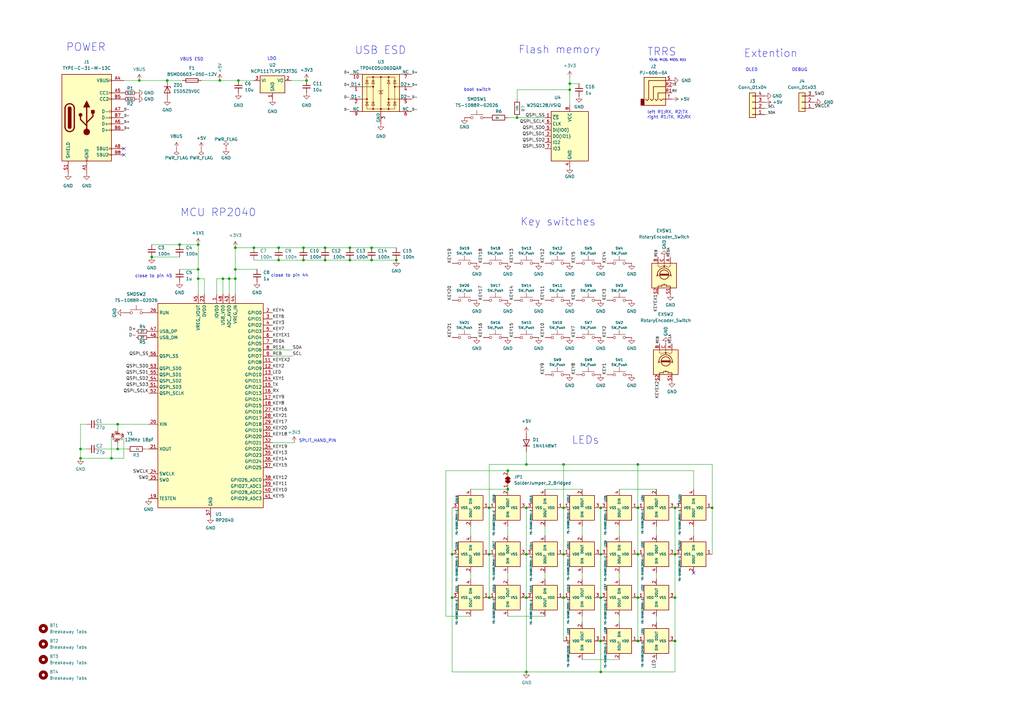
<source format=kicad_sch>
(kicad_sch (version 20231120) (generator "eeschema") (generator_version "8.0")
  (paper "A3")
  (title_block (title "Corne Left") (date "2023-10-07") (rev "4.0.0") (company "foostan"))
  (junction (at 215.9 208.28))
  (junction (at 215.9 190.5))
  (junction (at 162.56 106.68))
  (junction (at 276.86 262.89))
  (junction (at 104.14 101.6))
  (junction (at 200.66 245.11))
  (junction (at 231.14 245.11))
  (junction (at 48.26 184.15))
  (junction (at 81.28 100.33))
  (junction (at 276.86 208.28))
  (junction (at 246.38 262.89))
  (junction (at 246.38 227.33))
  (junction (at 62.23 105.41))
  (junction (at 215.9 227.33))
  (junction (at 96.52 101.6))
  (junction (at 185.42 245.11))
  (junction (at 97.79 33.02))
  (junction (at 114.3 101.6))
  (junction (at 152.4 106.68))
  (junction (at 152.4 101.6))
  (junction (at 133.35 106.68))
  (junction (at 90.17 33.02))
  (junction (at 133.35 101.6))
  (junction (at 276.86 245.11))
  (junction (at 215.9 245.11))
  (junction (at 68.58 33.02))
  (junction (at 261.62 190.5))
  (junction (at 208.28 193.04))
  (junction (at 231.14 227.33))
  (junction (at 246.38 245.11))
  (junction (at 125.73 33.02))
  (junction (at 93.98 114.3))
  (junction (at 73.66 100.33))
  (junction (at 81.28 114.3))
  (junction (at 48.26 173.99))
  (junction (at 233.68 36.83))
  (junction (at 45.72 187.96))
  (junction (at 212.09 48.26))
  (junction (at 33.02 184.15))
  (junction (at 215.9 275.59))
  (junction (at 33.02 187.96))
  (junction (at 114.3 106.68))
  (junction (at 261.62 227.33))
  (junction (at 246.38 275.59))
  (junction (at 261.62 208.28))
  (junction (at 91.44 114.3))
  (junction (at 231.14 190.5))
  (junction (at 261.62 262.89))
  (junction (at 96.52 114.3))
  (junction (at 96.52 110.49))
  (junction (at 143.51 106.68))
  (junction (at 261.62 245.11))
  (junction (at 124.46 106.68))
  (junction (at 124.46 101.6))
  (junction (at 200.66 227.33))
  (junction (at 81.28 110.49))
  (junction (at 233.68 34.29))
  (junction (at 231.14 208.28))
  (junction (at 208.28 200.66))
  (junction (at 292.1 208.28))
  (junction (at 276.86 227.33))
  (junction (at 143.51 101.6))
  (junction (at 185.42 227.33))
  (junction (at 200.66 208.28))
  (junction (at 246.38 208.28))
  (junction (at 57.15 33.02))
  (no_connect (at 50.8 60.96))
  (no_connect (at 284.48 234.95))
  (no_connect (at 50.8 63.5))
  (wire (pts (xy 261.62 208.28) (xy 261.62 227.33)))
  (wire (pts (xy 91.44 114.3) (xy 93.98 114.3)))
  (wire (pts (xy 62.23 100.33) (xy 73.66 100.33)))
  (wire (pts (xy 96.52 110.49) (xy 105.41 110.49)))
  (wire (pts (xy 261.62 190.5) (xy 292.1 190.5)))
  (wire (pts (xy 233.68 34.29) (xy 233.68 36.83)))
  (wire (pts (xy 133.35 106.68) (xy 143.51 106.68)))
  (wire (pts (xy 185.42 227.33) (xy 185.42 245.11)))
  (wire (pts (xy 83.82 114.3) (xy 81.28 114.3)))
  (wire (pts (xy 233.68 36.83) (xy 233.68 43.18)))
  (wire (pts (xy 276.86 208.28) (xy 276.86 227.33)))
  (wire (pts (xy 81.28 110.49) (xy 81.28 114.3)))
  (wire (pts (xy 33.02 187.96) (xy 45.72 187.96)))
  (wire (pts (xy 104.14 101.6) (xy 114.3 101.6)))
  (wire (pts (xy 96.52 120.65) (xy 96.52 114.3)))
  (wire (pts (xy 185.42 275.59) (xy 215.9 275.59)))
  (wire (pts (xy 48.26 184.15) (xy 48.26 181.61)))
  (wire (pts (xy 231.14 245.11) (xy 231.14 262.89)))
  (wire (pts (xy 246.38 245.11) (xy 246.38 262.89)))
  (wire (pts (xy 208.28 48.26) (xy 212.09 48.26)))
  (wire (pts (xy 45.72 179.07) (xy 45.72 187.96)))
  (wire (pts (xy 246.38 227.33) (xy 246.38 245.11)))
  (wire (pts (xy 212.09 36.83) (xy 212.09 40.64)))
  (wire (pts (xy 143.51 106.68) (xy 152.4 106.68)))
  (wire (pts (xy 254 270.51) (xy 238.76 270.51)))
  (wire (pts (xy 182.88 193.04) (xy 182.88 252.73)))
  (wire (pts (xy 114.3 101.6) (xy 124.46 101.6)))
  (wire (pts (xy 124.46 106.68) (xy 133.35 106.68)))
  (wire (pts (xy 182.88 193.04) (xy 208.28 193.04)))
  (wire (pts (xy 111.76 143.51) (xy 120.015 143.51)))
  (wire (pts (xy 261.62 190.5) (xy 261.62 208.28)))
  (wire (pts (xy 96.52 110.49) (xy 96.52 114.3)))
  (wire (pts (xy 68.58 33.02) (xy 74.93 33.02)))
  (wire (pts (xy 314.96 44.45) (xy 313.69 44.45)))
  (wire (pts (xy 231.14 190.5) (xy 261.62 190.5)))
  (wire (pts (xy 208.28 193.04) (xy 284.48 193.04)))
  (wire (pts (xy 91.44 114.3) (xy 91.44 120.65)))
  (wire (pts (xy 57.15 33.02) (xy 68.58 33.02)))
  (wire (pts (xy 33.02 184.15) (xy 33.02 187.96)))
  (wire (pts (xy 238.76 219.71) (xy 238.76 215.9)))
  (wire (pts (xy 59.69 184.15) (xy 60.96 184.15)))
  (wire (pts (xy 96.52 101.6) (xy 104.14 101.6)))
  (wire (pts (xy 254 215.9) (xy 254 219.71)))
  (wire (pts (xy 238.76 237.49) (xy 238.76 234.95)))
  (wire (pts (xy 215.9 208.28) (xy 215.9 227.33)))
  (wire (pts (xy 40.64 184.15) (xy 48.26 184.15)))
  (wire (pts (xy 215.9 245.11) (xy 215.9 275.59)))
  (wire (pts (xy 81.28 100.33) (xy 81.28 110.49)))
  (wire (pts (xy 73.66 110.49) (xy 81.28 110.49)))
  (wire (pts (xy 124.46 101.6) (xy 133.35 101.6)))
  (wire (pts (xy 208.28 219.71) (xy 208.28 215.9)))
  (wire (pts (xy 40.64 173.99) (xy 48.26 173.99)))
  (wire (pts (xy 276.86 275.59) (xy 246.38 275.59)))
  (wire (pts (xy 200.66 190.5) (xy 200.66 208.28)))
  (wire (pts (xy 215.9 275.59) (xy 246.38 275.59)))
  (wire (pts (xy 269.24 215.9) (xy 269.24 219.71)))
  (wire (pts (xy 81.28 120.65) (xy 81.28 114.3)))
  (wire (pts (xy 233.68 31.75) (xy 233.68 34.29)))
  (wire (pts (xy 215.9 190.5) (xy 231.14 190.5)))
  (wire (pts (xy 292.1 208.28) (xy 292.1 227.33)))
  (wire (pts (xy 238.76 252.73) (xy 238.76 255.27)))
  (wire (pts (xy 231.14 227.33) (xy 231.14 245.11)))
  (wire (pts (xy 238.76 200.66) (xy 223.52 200.66)))
  (wire (pts (xy 93.98 114.3) (xy 93.98 120.65)))
  (wire (pts (xy 223.52 234.95) (xy 223.52 237.49)))
  (wire (pts (xy 208.28 200.66) (xy 193.04 200.66)))
  (wire (pts (xy 33.02 184.15) (xy 35.56 184.15)))
  (wire (pts (xy 90.17 33.02) (xy 97.79 33.02)))
  (wire (pts (xy 83.82 120.65) (xy 83.82 114.3)))
  (wire (pts (xy 208.28 252.73) (xy 223.52 252.73)))
  (wire (pts (xy 97.79 33.02) (xy 104.14 33.02)))
  (wire (pts (xy 88.9 114.3) (xy 91.44 114.3)))
  (wire (pts (xy 133.35 101.6) (xy 143.51 101.6)))
  (wire (pts (xy 254 234.95) (xy 254 237.49)))
  (wire (pts (xy 193.04 215.9) (xy 193.04 219.71)))
  (wire (pts (xy 314.96 46.99) (xy 313.69 46.99)))
  (wire (pts (xy 48.26 184.15) (xy 52.07 184.15)))
  (wire (pts (xy 233.68 34.29) (xy 237.49 34.29)))
  (wire (pts (xy 50.8 187.96) (xy 45.72 187.96)))
  (wire (pts (xy 284.48 215.9) (xy 284.48 219.71)))
  (wire (pts (xy 269.24 234.95) (xy 269.24 237.49)))
  (wire (pts (xy 96.52 101.6) (xy 96.52 110.49)))
  (wire (pts (xy 246.38 262.89) (xy 246.38 275.59)))
  (wire (pts (xy 215.9 190.5) (xy 200.66 190.5)))
  (wire (pts (xy 152.4 106.68) (xy 162.56 106.68)))
  (wire (pts (xy 223.52 219.71) (xy 223.52 215.9)))
  (wire (pts (xy 152.4 101.6) (xy 162.56 101.6)))
  (wire (pts (xy 88.9 114.3) (xy 88.9 120.65)))
  (wire (pts (xy 292.1 190.5) (xy 292.1 208.28)))
  (wire (pts (xy 73.66 100.33) (xy 81.28 100.33)))
  (wire (pts (xy 96.52 114.3) (xy 93.98 114.3)))
  (wire (pts (xy 233.68 36.83) (xy 212.09 36.83)))
  (wire (pts (xy 276.86 245.11) (xy 276.86 262.89)))
  (wire (pts (xy 261.62 227.33) (xy 261.62 245.11)))
  (wire (pts (xy 269.24 252.73) (xy 269.24 255.27)))
  (wire (pts (xy 231.14 208.28) (xy 231.14 227.33)))
  (wire (pts (xy 111.76 146.05) (xy 120.015 146.05)))
  (wire (pts (xy 48.26 173.99) (xy 60.96 173.99)))
  (wire (pts (xy 50.8 179.07) (xy 50.8 187.96)))
  (wire (pts (xy 212.09 48.26) (xy 223.52 48.26)))
  (wire (pts (xy 50.8 33.02) (xy 57.15 33.02)))
  (wire (pts (xy 208.28 237.49) (xy 208.28 234.95)))
  (wire (pts (xy 114.3 106.68) (xy 124.46 106.68)))
  (wire (pts (xy 276.86 227.33) (xy 276.86 245.11)))
  (wire (pts (xy 185.42 245.11) (xy 185.42 275.59)))
  (wire (pts (xy 143.51 101.6) (xy 152.4 101.6)))
  (wire (pts (xy 193.04 234.95) (xy 193.04 237.49)))
  (wire (pts (xy 284.48 193.04) (xy 284.48 200.66)))
  (wire (pts (xy 254 200.66) (xy 269.24 200.66)))
  (wire (pts (xy 246.38 208.28) (xy 246.38 227.33)))
  (wire (pts (xy 276.86 262.89) (xy 276.86 275.59)))
  (wire (pts (xy 82.55 33.02) (xy 90.17 33.02)))
  (wire (pts (xy 215.9 227.33) (xy 215.9 245.11)))
  (wire (pts (xy 193.04 252.73) (xy 182.88 252.73)))
  (wire (pts (xy 48.26 176.53) (xy 48.26 173.99)))
  (wire (pts (xy 185.42 208.28) (xy 185.42 227.33)))
  (wire (pts (xy 215.9 185.42) (xy 215.9 190.5)))
  (wire (pts (xy 62.23 105.41) (xy 73.66 105.41)))
  (wire (pts (xy 104.14 106.68) (xy 114.3 106.68)))
  (wire (pts (xy 33.02 173.99) (xy 33.02 184.15)))
  (wire (pts (xy 111.76 181.61) (xy 120.65 181.61)))
  (wire (pts (xy 200.66 208.28) (xy 200.66 227.33)))
  (wire (pts (xy 254 252.73) (xy 254 255.27)))
  (wire (pts (xy 119.38 33.02) (xy 125.73 33.02)))
  (wire (pts (xy 35.56 173.99) (xy 33.02 173.99)))
  (wire (pts (xy 200.66 227.33) (xy 200.66 245.11)))
  (wire (pts (xy 261.62 245.11) (xy 261.62 262.89)))
  (wire (pts (xy 231.14 190.5) (xy 231.14 208.28)))
  (text "MCU RP2040" (at 73.914 89.154 0) (effects (font (size 3.175 3.175)) (justify left bottom)))
  (text "Key switches" (at 213.36 92.964 0) (effects (font (size 3.175 3.175)) (justify left bottom)))
  (text "OLED" (at 305.816 29.464 0) (effects (font (size 1.27 1.27)) (justify left bottom)))
  (text "close to pin 45" (at 55.372 114.046 0) (effects (font (size 1.27 1.27)) (justify left bottom)))
  (text "DEBUG" (at 324.739 29.464 0) (effects (font (size 1.27 1.27)) (justify left bottom)))
  (text "USB ESD" (at 145.415 22.606 0) (effects (font (size 3.175 3.175)) (justify left bottom)))
  (text "LDO" (at 109.601 24.892 0) (effects (font (size 1.27 1.27)) (justify left bottom)))
  (text "Flash memory" (at 212.598 22.352 0) (effects (font (size 3.175 3.175)) (justify left bottom)))
  (text "POWER\n" (at 27.051 21.336 0) (effects (font (size 3.175 3.175)) (justify left bottom)))
  (text "LEDs" (at 234.442 182.499 0) (effects (font (size 3.175 3.175)) (justify left bottom)))
  (text "left R1:RX, R2:TX\nright R1:TX, R2:RX" (at 265.43 48.895 0) (effects (font (size 1.27 1.27)) (justify left bottom)))
  (text "Extention" (at 305.054 23.876 0) (effects (font (size 3.175 3.175)) (justify left bottom)))
  (text "TRRS" (at 265.43 23.241 0) (effects (font (size 3.175 3.175)) (justify left bottom)))
  (text "T(4,5), R1(3), R2(2), S(1)\n" (at 266.065 25.146 0) (effects (font (size 0.762 0.762)) (justify left bottom)))
  (text "VBUS ESD" (at 73.787 25.146 0) (effects (font (size 1.27 1.27)) (justify left bottom)))
  (text "SPLIT_HAND_PIN" (at 122.555 181.61 0) (effects (font (size 1.27 1.27)) (justify left bottom)))
  (text "boot switch" (at 190.119 37.592 0) (effects (font (size 1.27 1.27)) (justify left bottom)))
  (text "close to pin 44" (at 111.125 113.792 0) (effects (font (size 1.27 1.27)) (justify left bottom)))
  (label "KEY8" (at 111.76 166.37 0))
  (label "KEY9" (at 111.76 163.83 0))
  (label "KEY8" (at 236.22 153.67 90))
  (label "RX" (at 111.76 161.29 0))
  (label "QSPI_SD2" (at 60.96 156.21 180))
  (label "SCL" (at 314.96 44.45 0) (effects (font (size 1 1))))
  (label "KEY3" (at 248.92 123.19 90))
  (label "QSPI_SCLK" (at 60.96 161.29 180))
  (label "RE1A" (at 111.76 143.51 0))
  (label "KEY2" (at 111.76 151.13 0))
  (label "D+" (at 55.88 135.89 180))
  (label "D+" (at 168.91 35.56 0) (effects (font (size 1 1))))
  (label "REB" (at 111.76 146.05 0))
  (label "D-" (at 55.88 138.43 180))
  (label "QSPI_SS" (at 223.52 48.26 180))
  (label "SDA" (at 314.96 46.99 0) (effects (font (size 1 1))))
  (label "D+" (at 143.51 30.48 180) (effects (font (size 1 1))))
  (label "REB" (at 270.51 140.97 90) (effects (font (size 1 1))))
  (label "KEY5" (at 236.22 107.95 90))
  (label "RE0A" (at 274.955 105.41 90) (effects (font (size 1 1))))
  (label "LED" (at 111.76 153.67 0))
  (label "KEY21" (at 185.42 138.43 90))
  (label "RX" (at 275.59 38.1 0) (effects (font (size 1 1))))
  (label "KEY17" (at 111.76 173.99 0))
  (label "KEY1" (at 111.76 156.21 0))
  (label "TX" (at 111.76 158.75 0))
  (label "KEY5" (at 111.76 204.47 0))
  (label "D+" (at 50.8 50.8 0) (effects (font (size 1 1))))
  (label "KEY16" (at 111.76 168.91 0))
  (label "KEY3" (at 111.76 133.35 0))
  (label "KEYEX2" (at 111.76 148.59 0))
  (label "D+" (at 143.51 35.56 180) (effects (font (size 1 1))))
  (label "KEY17" (at 198.12 123.19 90))
  (label "KEY10" (at 111.76 201.93 0))
  (label "D-" (at 50.8 48.26 0) (effects (font (size 1 1))))
  (label "QSPI_SD1" (at 60.96 153.67 180))
  (label "TX" (at 275.59 35.56 0) (effects (font (size 1 1))))
  (label "KEY4" (at 111.76 128.27 0))
  (label "QSPI_SD0" (at 223.52 53.34 180))
  (label "KEY20" (at 111.76 176.53 0))
  (label "QSPI_SD1" (at 223.52 55.88 180))
  (label "SWCLK" (at 334.01 44.45 0))
  (label "D+" (at 168.91 30.48 0) (effects (font (size 1 1))))
  (label "SCL" (at 120.015 146.05 0))
  (label "QSPI_SCLK" (at 223.52 50.8 180))
  (label "D-" (at 168.91 45.72 0) (effects (font (size 1 1))))
  (label "KEY20" (at 185.42 123.19 90))
  (label "KEY4" (at 248.92 107.95 90))
  (label "KEY11" (at 111.76 199.39 0))
  (label "KEY14" (at 111.76 189.23 0))
  (label "RE0A" (at 111.76 140.97 0))
  (label "D+" (at 50.8 53.34 0) (effects (font (size 1 1))))
  (label "KEY18" (at 198.12 107.95 90))
  (label "QSPI_SS" (at 60.96 146.05 180))
  (label "KEYEX1" (at 269.875 120.65 270))
  (label "KEY7" (at 236.22 138.43 90))
  (label "KEY14" (at 210.82 123.19 90))
  (label "RE1A" (at 275.59 140.97 90) (effects (font (size 1 1))))
  (label "SWCLK" (at 60.96 194.31 180))
  (label "KEY1" (at 248.92 153.67 90))
  (label "KEY2" (at 248.92 138.43 90))
  (label "QSPI_SD2" (at 223.52 58.42 180))
  (label "QSPI_SD3" (at 223.52 60.96 180))
  (label "SWD" (at 334.01 39.37 0))
  (label "KEY13" (at 111.76 186.69 0))
  (label "KEY18" (at 111.76 179.07 0))
  (label "KEY7" (at 111.76 135.89 0))
  (label "KEY6" (at 236.22 123.19 90))
  (label "D-" (at 168.91 40.64 0) (effects (font (size 1 1))))
  (label "KEY9" (at 223.52 153.67 90))
  (label "KEY15" (at 111.76 191.77 0))
  (label "KEY13" (at 210.82 107.95 90))
  (label "KEYEX2" (at 270.51 156.21 270))
  (label "KEY15" (at 210.82 138.43 90))
  (label "KEY10" (at 223.52 138.43 90))
  (label "SDA" (at 120.015 143.51 0))
  (label "D-" (at 143.51 40.64 180) (effects (font (size 1 1))))
  (label "LED" (at 269.24 270.51 270))
  (label "KEYEX1" (at 111.76 138.43 0))
  (label "KEY12" (at 223.52 107.95 90))
  (label "D-" (at 143.51 45.72 180) (effects (font (size 1 1))))
  (label "SWD" (at 60.96 196.85 180))
  (label "D-" (at 50.8 45.72 0) (effects (font (size 1 1))))
  (label "KEY6" (at 111.76 130.81 0))
  (label "REB" (at 269.875 105.41 90) (effects (font (size 1 1))))
  (label "KEY19" (at 111.76 184.15 0))
  (label "KEY16" (at 198.12 138.43 90))
  (label "QSPI_SD3" (at 60.96 158.75 180))
  (label "KEY19" (at 185.42 107.95 90))
  (label "QSPI_SD0" (at 60.96 151.13 180))
  (label "KEY11" (at 223.52 123.19 90))
  (label "KEY12" (at 111.76 196.85 0))
  (label "KEY21" (at 111.76 171.45 0))
  (symbol (lib_id "power:GND") (at 55.88 38.1 90) (unit 1)
    (property "Reference" "#PWR05" (effects (hide yes)))
    (property "Value" "GND" (at 59.055 38.1 90) (effects (justify right)))
  )
  (symbol (lib_id "power:GND") (at 233.68 153.67 0) (unit 1)
    (property "Reference" "#PWR044" (effects (hide yes)))
    (property "Value" "GND" (at 233.68 158.115 0))
  )
  (symbol (lib_id "power:GND") (at 195.58 138.43 0) (unit 1)
    (property "Reference" "#PWR030" (effects (hide yes)))
    (property "Value" "GND" (at 195.58 142.875 0))
  )
  (symbol (lib_id "power:GND") (at 273.05 140.97 180) (unit 1)
    (property "Reference" "#PWR055" (effects (hide yes)))
    (property "Value" "GND" (at 273.05 135.89 90))
  )
  (symbol (lib_id "power:GND") (at 55.88 40.64 90) (unit 1)
    (property "Reference" "#PWR06" (effects (hide yes)))
    (property "Value" "GND" (at 59.055 40.64 90) (effects (justify right)))
  )
  (symbol (lib_id "kbd_local:YS-SK6812MINI-E") (at 208.28 227.33 90) (unit 1)
    (property "Reference" "LED17" (at 202.565 225.425 0) (effects (font (size 0.7366 0.7366)) (justify left)))
    (property "Value" "YS-SK6812MINI-E" (at 202.565 238.125 0) (effects (font (size 0.7366 0.7366)) (justify left)))
    (property "Footprint" "kbd_local:YS-SK6812MINI-E" (effects (hide yes)))
    (property "JLCPCB Part #" "C5149201" (effects (hide yes)))
  )
  (symbol (lib_id "Device:R_Small") (at 58.42 135.89 90) (unit 1)
    (property "Reference" "R4" (at 58.42 133.985 90))
    (property "Value" "27" (at 58.42 135.89 90) (effects (font (size 0.762 0.762))))
    (property "Footprint" "Resistor_SMD:R_0402_1005Metric" (effects (hide yes)))
  )
  (symbol (lib_id "Switch:SW_Push") (at 241.3 107.95 0) (unit 1)
    (property "Reference" "SW5" (at 241.3 101.854 0) (effects (font (size 1 1))))
    (property "Value" "SW_Push" (at 241.3 103.886 0) (effects (font (size 1 1))))
    (property "Footprint" "kbd_local:keyswitch_choc12_hotswap_1u" (effects (hide yes)))
    (property "JLCPCB Part #" "C5333465" (effects (hide yes)))
  )
  (symbol (lib_id "power:+3V3") (at 233.68 31.75 0) (unit 1)
    (property "Reference" "#PWR039" (effects (hide yes)))
    (property "Value" "+3V3" (at 233.68 26.924 0))
  )
  (symbol (lib_id "kbd_local:YS-SK6812MINI-E") (at 254 227.33 270) (unit 1)
    (property "Reference" "LED6" (at 248.285 221.615 0) (effects (font (size 0.7366 0.7366)) (justify left)))
    (property "Value" "YS-SK6812MINI-E" (at 248.285 227.965 0) (effects (font (size 0.7366 0.7366)) (justify left)))
    (property "Footprint" "kbd_local:YS-SK6812MINI-E" (effects (hide yes)))
    (property "JLCPCB Part #" "C5149201" (effects (hide yes)))
  )
  (symbol (lib_id "power:GND") (at 208.28 123.19 0) (unit 1)
    (property "Reference" "#PWR032" (effects (hide yes)))
    (property "Value" "GND" (at 208.28 127.635 0))
  )
  (symbol (lib_id "kbd_local:YS-SK6812MINI-E") (at 269.24 208.28 90) (unit 1)
    (property "Reference" "LED4" (at 263.525 205.74 0) (effects (font (size 0.7366 0.7366)) (justify left)))
    (property "Value" "YS-SK6812MINI-E" (at 263.525 219.075 0) (effects (font (size 0.7366 0.7366)) (justify left)))
    (property "Footprint" "kbd_local:YS-SK6812MINI-E" (effects (hide yes)))
    (property "JLCPCB Part #" "C5149201" (effects (hide yes)))
  )
  (symbol (lib_id "power:GND") (at 220.98 138.43 0) (unit 1)
    (property "Reference" "#PWR038" (effects (hide yes)))
    (property "Value" "GND" (at 220.98 142.875 0))
  )
  (symbol (lib_name "SW_Push_1") (lib_id "Switch:SW_Push") (at 254 107.95 0) (unit 1)
    (property "Reference" "SW4" (at 254 101.854 0) (effects (font (size 1 1))))
    (property "Value" "SW_Push" (at 254 103.886 0) (effects (font (size 1 1))))
    (property "Footprint" "kbd_local:keyswitch_choc12_hotswap_1u" (effects (hide yes)))
    (property "JLCPCB Part #" "C5333465" (effects (hide yes)))
  )
  (symbol (lib_id "power:+3V3") (at 125.73 33.02 0) (unit 1)
    (property "Reference" "#PWR023" (effects (hide yes)))
    (property "Value" "+3V3" (at 125.73 28.702 0))
  )
  (symbol (lib_id "power:GND") (at 233.68 123.19 0) (unit 1)
    (property "Reference" "#PWR042" (effects (hide yes)))
    (property "Value" "GND" (at 233.68 127.635 0))
  )
  (symbol (lib_id "Switch:SW_Push") (at 228.6 107.95 0) (unit 1)
    (property "Reference" "SW12" (at 228.6 101.854 0) (effects (font (size 1 1))))
    (property "Value" "SW_Push" (at 228.6 103.886 0) (effects (font (size 1 1))))
    (property "Footprint" "kbd_local:keyswitch_choc12_hotswap_1u" (effects (hide yes)))
    (property "JLCPCB Part #" "C5333465" (effects (hide yes)))
  )
  (symbol (lib_id "Switch:SW_Push") (at 241.3 138.43 0) (unit 1)
    (property "Reference" "SW7" (at 241.3 132.334 0) (effects (font (size 1 1))))
    (property "Value" "SW_Push" (at 241.3 134.366 0) (effects (font (size 1 1))))
    (property "Footprint" "kbd_local:keyswitch_choc12_hotswap_1u" (effects (hide yes)))
    (property "JLCPCB Part #" "C5333465" (effects (hide yes)))
  )
  (symbol (lib_id "power:VBUS") (at 72.39 60.96 0) (unit 1)
    (property "Reference" "#PWR011" (effects (hide yes)))
    (property "Value" "VBUS" (at 72.39 55.88 0))
  )
  (symbol (lib_id "MCU_RaspberryPi:RP2040") (at 86.36 166.37 0) (unit 1)
    (property "Reference" "U1" (at 88.3159 210.82 0) (effects (justify left)))
    (property "Value" "RP2040" (at 88.3159 213.36 0) (effects (justify left)))
    (property "Footprint" "Package_DFN_QFN:QFN-56-1EP_7x7mm_P0.4mm_EP3.2x3.2mm" (effects (hide yes)))
    (property "Datasheet" "https://datasheets.raspberrypi.com/rp2040/rp2040-datasheet.pdf" (effects (hide yes)))
    (property "JLCPCB Part #" "C2040" (effects (hide yes)))
  )
  (symbol (lib_id "power:GND") (at 275.59 33.02 90) (unit 1)
    (property "Reference" "#PWR057" (effects (hide yes)))
    (property "Value" "GND" (at 279.4 33.02 90) (effects (justify right)))
  )
  (symbol (lib_id "power:GND") (at 35.56 71.12 0) (unit 1)
    (property "Reference" "#PWR03" (effects (hide yes)))
    (property "Value" "GND" (at 35.56 76.2 0))
  )
  (symbol (lib_id "Switch:SW_Push") (at 190.5 138.43 0) (unit 1)
    (property "Reference" "SW21" (at 190.5 132.334 0) (effects (font (size 1 1))))
    (property "Value" "SW_Push" (at 190.5 134.366 0) (effects (font (size 1 1))))
    (property "Footprint" "kbd_local:keyswitch_choc12_hotswap_1u" (effects (hide yes)))
    (property "JLCPCB Part #" "C5333465" (effects (hide yes)))
  )
  (symbol (lib_id "power:GND") (at 259.08 138.43 0) (unit 1)
    (property "Reference" "#PWR052" (effects (hide yes)))
    (property "Value" "GND" (at 259.08 142.875 0))
  )
  (symbol (lib_id "kbd_local:YS-SK6812MINI-E") (at 208.28 208.28 90) (unit 1)
    (property "Reference" "LED18" (at 202.565 206.375 0) (effects (font (size 0.7366 0.7366)) (justify left)))
    (property "Value" "YS-SK6812MINI-E" (at 202.565 219.71 0) (effects (font (size 0.7366 0.7366)) (justify left)))
    (property "Footprint" "kbd_local:YS-SK6812MINI-E" (effects (hide yes)))
    (property "JLCPCB Part #" "C5149201" (effects (hide yes)))
  )
  (symbol (lib_id "power:GND") (at 215.9 275.59 0) (unit 1)
    (property "Reference" "#PWR035" (effects (hide yes)))
    (property "Value" "GND" (at 216.027 279.9842 0))
  )
  (symbol (lib_id "Switch:SW_Push") (at 190.5 107.95 0) (unit 1)
    (property "Reference" "SW19" (at 190.5 101.854 0) (effects (font (size 1 1))))
    (property "Value" "SW_Push" (at 190.5 103.886 0) (effects (font (size 1 1))))
    (property "Footprint" "kbd_local:keyswitch_choc12_hotswap_1u" (effects (hide yes)))
    (property "JLCPCB Part #" "C5333465" (effects (hide yes)))
  )
  (symbol (lib_id "Device:Fuse") (at 78.74 33.02 90) (unit 1)
    (property "Reference" "F1" (at 78.74 27.94 90))
    (property "Value" "BSMD0603-050-12V" (at 78.74 30.48 90))
    (property "Footprint" "Fuse:Fuse_0603_1608Metric" (effects (hide yes)))
    (property "Description" "12V 500mA 40A 1A 0603 Resettable Fuses ROHS" (effects (hide yes)))
    (property "JLCPCB Part #" "C2844464" (effects (hide yes)))
  )
  (symbol (lib_id "power:GND") (at 105.41 115.57 0) (unit 1)
    (property "Reference" "#PWR020" (effects (hide yes)))
    (property "Value" "GND" (at 105.41 120.015 0))
  )
  (symbol (lib_id "kbd_local:YS-SK6812MINI-E") (at 238.76 227.33 90) (unit 1)
    (property "Reference" "LED11" (at 233.045 225.425 0) (effects (font (size 0.7366 0.7366)) (justify left)))
    (property "Value" "YS-SK6812MINI-E" (at 233.045 238.125 0) (effects (font (size 0.7366 0.7366)) (justify left)))
    (property "Footprint" "kbd_local:YS-SK6812MINI-E" (effects (hide yes)))
    (property "JLCPCB Part #" "C5149201" (effects (hide yes)))
  )
  (symbol (lib_id "kbd_local:YS-SK6812MINI-E") (at 269.24 245.11 90) (unit 1)
    (property "Reference" "LED2" (at 263.525 242.57 0) (effects (font (size 0.7366 0.7366)) (justify left)))
    (property "Value" "YS-SK6812MINI-E" (at 263.525 255.905 0) (effects (font (size 0.7366 0.7366)) (justify left)))
    (property "Footprint" "kbd_local:YS-SK6812MINI-E" (effects (hide yes)))
    (property "JLCPCB Part #" "C5149201" (effects (hide yes)))
  )
  (symbol (lib_id "Diode:1N4148WT") (at 215.9 181.61 90) (unit 1)
    (property "Reference" "D1" (at 218.44 180.34 90) (effects (justify right)))
    (property "Value" "1N4148WT" (at 218.44 182.88 90) (effects (justify right)))
    (property "Footprint" "Diode_SMD:D_SOD-523" (effects (hide yes)))
    (property "Datasheet" "https://www.diodes.com/assets/Datasheets/ds30396.pdf" (effects (hide yes)))
    (property "JLCPCB Part #" "C232841" (effects (hide yes)))
  )
  (symbol (lib_id "power:GND") (at 195.58 107.95 0) (unit 1)
    (property "Reference" "#PWR028" (effects (hide yes)))
    (property "Value" "GND" (at 195.58 112.395 0))
  )
  (symbol (lib_id "kbd_local:YS-SK6812MINI-E") (at 284.48 227.33 270) (unit 1)
    (property "Reference" "EXLED2" (at 278.765 221.615 0) (effects (font (size 0.7366 0.7366)) (justify left)))
    (property "Value" "YS-SK6812MINI-E" (at 278.765 227.965 0) (effects (font (size 0.7366 0.7366)) (justify left)))
    (property "Footprint" "kbd_local:YS-SK6812MINI-E" (effects (hide yes)))
    (property "JLCPCB Part #" "C5149201" (effects (hide yes)))
  )
  (symbol (lib_id "Switch:SW_Push") (at 241.3 123.19 0) (unit 1)
    (property "Reference" "SW6" (at 241.3 117.094 0) (effects (font (size 1 1))))
    (property "Value" "SW_Push" (at 241.3 119.126 0) (effects (font (size 1 1))))
    (property "Footprint" "kbd_local:keyswitch_choc12_hotswap_1u" (effects (hide yes)))
    (property "JLCPCB Part #" "C5333465" (effects (hide yes)))
  )
  (symbol (lib_id "power:+5V") (at 313.69 41.91 270) (unit 1)
    (property "Reference" "#PWR061" (effects (hide yes)))
    (property "Value" "+5V" (at 316.865 41.91 90) (effects (justify left)))
  )
  (symbol (lib_id "Device:C_Small") (at 38.1 184.15 270) (unit 1)
    (property "Reference" "C2" (at 39.37 182.88 90) (effects (justify left)))
    (property "Value" "27p" (at 39.37 185.42 90) (effects (justify left)))
    (property "Footprint" "Capacitor_SMD:C_0402_1005Metric" (effects (hide yes)))
  )
  (symbol (lib_id "power:GND") (at 220.98 123.19 0) (unit 1)
    (property "Reference" "#PWR037" (effects (hide yes)))
    (property "Value" "GND" (at 220.98 127.635 0))
  )
  (symbol (lib_id "kbd_local:YS-SK6812MINI-E") (at 254 208.28 270) (unit 1)
    (property "Reference" "LED5" (at 248.285 203.2 0) (effects (font (size 0.7366 0.7366)) (justify left)))
    (property "Value" "YS-SK6812MINI-E" (at 248.285 208.915 0) (effects (font (size 0.7366 0.7366)) (justify left)))
    (property "Footprint" "kbd_local:YS-SK6812MINI-E" (effects (hide yes)))
    (property "JLCPCB Part #" "C5149201" (effects (hide yes)))
  )
  (symbol (lib_id "Switch:SW_Push") (at 254 153.67 0) (unit 1)
    (property "Reference" "SW1" (at 254 147.574 0) (effects (font (size 1 1))))
    (property "Value" "SW_Push" (at 254 149.606 0) (effects (font (size 1 1))))
    (property "Footprint" "kbd_local:keyswitch_choc12_hotswap_1.5u" (effects (hide yes)))
    (property "JLCPCB Part #" "C5333465" (effects (hide yes)))
  )
  (symbol (lib_id "Switch:SW_Push") (at 215.9 123.19 0) (unit 1)
    (property "Reference" "SW14" (at 215.9 117.094 0) (effects (font (size 1 1))))
    (property "Value" "SW_Push" (at 215.9 119.126 0) (effects (font (size 1 1))))
    (property "Footprint" "kbd_local:keyswitch_choc12_hotswap_1u" (effects (hide yes)))
    (property "JLCPCB Part #" "C5333465" (effects (hide yes)))
  )
  (symbol (lib_id "Mechanical:MountingHole") (at 17.78 264.16 0) (unit 1)
    (property "Reference" "BT2" (at 20.32 262.89 0) (effects (justify left)))
    (property "Value" "Breakaway Tabs" (at 20.32 265.43 0) (effects (justify left)))
    (property "Footprint" "kbd_local:Breakaway_Tabs" (effects (hide yes)))
  )
  (symbol (lib_id "Switch:SW_Push") (at 203.2 123.19 0) (unit 1)
    (property "Reference" "SW17" (at 203.2 117.094 0) (effects (font (size 1 1))))
    (property "Value" "SW_Push" (at 203.2 119.126 0) (effects (font (size 1 1))))
    (property "Footprint" "kbd_local:keyswitch_choc12_hotswap_1u" (effects (hide yes)))
    (property "JLCPCB Part #" "C5333465" (effects (hide yes)))
  )
  (symbol (lib_id "kbd_local:YS-SK6812MINI-E") (at 223.52 208.28 270) (unit 1)
    (property "Reference" "LED13" (at 217.805 203.2 0) (effects (font (size 0.7366 0.7366)) (justify left)))
    (property "Value" "YS-SK6812MINI-E" (at 217.805 208.915 0) (effects (font (size 0.7366 0.7366)) (justify left)))
    (property "Footprint" "kbd_local:YS-SK6812MINI-E" (effects (hide yes)))
    (property "JLCPCB Part #" "C5149201" (effects (hide yes)))
  )
  (symbol (lib_id "kbd_local:YS-SK6812MINI-E") (at 193.04 245.11 270) (unit 1)
    (property "Reference" "LED21" (at 187.325 240.03 0) (effects (font (size 0.7366 0.7366)) (justify left)))
    (property "Value" "YS-SK6812MINI-E" (at 187.325 245.745 0) (effects (font (size 0.7366 0.7366)) (justify left)))
    (property "Footprint" "kbd_local:YS-SK6812MINI-E" (effects (hide yes)))
    (property "JLCPCB Part #" "C5149201" (effects (hide yes)))
  )
  (symbol (lib_id "power:GND") (at 220.98 107.95 0) (unit 1)
    (property "Reference" "#PWR036" (effects (hide yes)))
    (property "Value" "GND" (at 220.98 112.395 0))
  )
  (symbol (lib_id "power:GND") (at 233.68 68.58 0) (unit 1)
    (property "Reference" "#PWR040" (effects (hide yes)))
    (property "Value" "GND" (at 233.68 72.39 0))
  )
  (symbol (lib_id "power:GND") (at 334.01 41.91 90) (unit 1)
    (property "Reference" "#PWR062" (effects (hide yes)))
    (property "Value" "GND" (at 337.82 41.91 90) (effects (justify right)))
  )
  (symbol (lib_id "power:GND") (at 33.02 187.96 0) (unit 1)
    (property "Reference" "#PWR02" (effects (hide yes)))
    (property "Value" "GND" (at 33.02 192.405 0))
  )
  (symbol (lib_id "power:GND") (at 50.8 128.27 270) (unit 1)
    (property "Reference" "#PWR04" (effects (hide yes)))
    (property "Value" "GND" (at 46.99 128.27 0))
  )
  (symbol (lib_id "kbd_local:YS-SK6812MINI-E") (at 223.52 227.33 270) (unit 1)
    (property "Reference" "LED14" (at 217.805 222.25 0) (effects (font (size 0.7366 0.7366)) (justify left)))
    (property "Value" "YS-SK6812MINI-E" (at 217.805 227.965 0) (effects (font (size 0.7366 0.7366)) (justify left)))
    (property "Footprint" "kbd_local:YS-SK6812MINI-E" (effects (hide yes)))
    (property "JLCPCB Part #" "C5149201" (effects (hide yes)))
  )
  (symbol (lib_id "power:+3V3") (at 96.52 101.6 0) (unit 1)
    (property "Reference" "#PWR018" (effects (hide yes)))
    (property "Value" "+3V3" (at 96.52 96.52 0))
  )
  (symbol (lib_id "Power_Protection:TPD4EUSB30") (at 156.21 38.1 0) (unit 1)
    (property "Reference" "U3" (at 156.21 25.4 0))
    (property "Value" "TPD4E05U06DQAR" (at 156.21 27.94 0))
    (property "Footprint" "Package_SON:USON-10_2.5x1.0mm_P0.5mm" (effects (hide yes)))
    (property "Datasheet" "http://www.ti.com/lit/ds/symlink/tpd2eusb30a.pdf" (effects (hide yes)))
    (property "JLCPCB Part #" "C138714" (effects (hide yes)))
  )
  (symbol (lib_id "power:PWR_FLAG") (at 92.71 60.96 0) (unit 1)
    (property "Reference" "#FLG03" (effects (hide yes)))
    (property "Value" "PWR_FLAG" (at 92.71 57.15 0))
  )
  (symbol (lib_id "kbd_local:YS-SK6812MINI-E") (at 193.04 208.28 270) (unit 1)
    (property "Reference" "LED19" (at 187.325 203.2 0) (effects (font (size 0.7366 0.7366)) (justify left)))
    (property "Value" "YS-SK6812MINI-E" (at 187.325 208.915 0) (effects (font (size 0.7366 0.7366)) (justify left)))
    (property "Footprint" "kbd_local:YS-SK6812MINI-E" (effects (hide yes)))
    (property "JLCPCB Part #" "C5149201" (effects (hide yes)))
  )
  (symbol (lib_id "Switch:SW_Push") (at 203.2 138.43 0) (unit 1)
    (property "Reference" "SW16" (at 203.2 132.334 0) (effects (font (size 1 1))))
    (property "Value" "SW_Push" (at 203.2 134.366 0) (effects (font (size 1 1))))
    (property "Footprint" "kbd_local:keyswitch_choc12_hotswap_1u" (effects (hide yes)))
    (property "JLCPCB Part #" "C5333465" (effects (hide yes)))
  )
  (symbol (lib_id "power:GND") (at 68.58 40.64 0) (unit 1)
    (property "Reference" "#PWR010" (effects (hide yes)))
    (property "Value" "GND" (at 68.58 45.085 0))
  )
  (symbol (lib_id "Switch:SW_Push") (at 215.9 138.43 0) (unit 1)
    (property "Reference" "SW15" (at 215.9 132.334 0) (effects (font (size 1 1))))
    (property "Value" "SW_Push" (at 215.9 134.366 0) (effects (font (size 1 1))))
    (property "Footprint" "kbd_local:keyswitch_choc12_hotswap_1u" (effects (hide yes)))
    (property "JLCPCB Part #" "C5333465" (effects (hide yes)))
  )
  (symbol (lib_id "Device:RotaryEncoder_Switch") (at 273.05 148.59 270) (unit 1)
    (property "Reference" "EXSW2" (at 273.05 128.905 90))
    (property "Value" "RotaryEncoder_Switch" (at 273.05 131.445 90))
    (property "Footprint" "kbd_local:keyswitch_choc12_hotswap_1u_rotary_encoder_ec12" (effects (hide yes)))
    (property "JLCPCB Part #" "C5333465" (effects (hide yes)))
  )
  (symbol (lib_id "Switch:SW_Push") (at 203.2 107.95 0) (unit 1)
    (property "Reference" "SW18" (at 203.2 101.854 0) (effects (font (size 1 1))))
    (property "Value" "SW_Push" (at 203.2 103.886 0) (effects (font (size 1 1))))
    (property "Footprint" "kbd_local:keyswitch_choc12_hotswap_1u" (effects (hide yes)))
    (property "JLCPCB Part #" "C5333465" (effects (hide yes)))
  )
  (symbol (lib_id "power:GND") (at 233.68 107.95 0) (unit 1)
    (property "Reference" "#PWR041" (effects (hide yes)))
    (property "Value" "GND" (at 233.68 112.395 0))
  )
  (symbol (lib_id "power:GND") (at 259.08 153.67 0) (unit 1)
    (property "Reference" "#PWR053" (effects (hide yes)))
    (property "Value" "GND" (at 259.08 158.115 0))
  )
  (symbol (lib_id "Jumper:SolderJumper_2_Bridged") (at 208.28 196.85 90) (unit 1)
    (property "Reference" "JP1" (at 210.82 195.58 90) (effects (justify right)))
    (property "Value" "SolderJumper_2_Bridged" (at 210.82 198.12 90) (effects (justify right)))
    (property "Footprint" "Jumper:SolderJumper-2_P1.3mm_Open_RoundedPad1.0x1.5mm" (effects (hide yes)))
  )
  (symbol (lib_id "Device:C_Small") (at 124.46 104.14 0) (unit 1)
    (property "Reference" "C10" (at 127 102.87 0) (effects (justify left)))
    (property "Value" "100n" (at 127 105.41 0) (effects (justify left)))
    (property "Footprint" "Capacitor_SMD:C_0402_1005Metric" (effects (hide yes)))
  )
  (symbol (lib_id "power:+3V3") (at 120.65 181.61 0) (unit 1)
    (property "Reference" "#PWR022" (effects (hide yes)))
    (property "Value" "+3V3" (at 120.65 177.292 0))
  )
  (symbol (lib_id "power:GND") (at 73.66 115.57 0) (unit 1)
    (property "Reference" "#PWR012" (effects (hide yes)))
    (property "Value" "GND" (at 73.66 120.015 0))
  )
  (symbol (lib_id "kbd_local:YS-SK6812MINI-E") (at 254 262.89 270) (unit 1)
    (property "Reference" "LED8" (at 248.285 257.175 0) (effects (font (size 0.7366 0.7366)) (justify left)))
    (property "Value" "YS-SK6812MINI-E" (at 248.285 263.525 0) (effects (font (size 0.7366 0.7366)) (justify left)))
    (property "Footprint" "kbd_local:YS-SK6812MINI-E" (effects (hide yes)))
    (property "JLCPCB Part #" "C5149201" (effects (hide yes)))
  )
  (symbol (lib_id "power:GND") (at 313.69 39.37 90) (unit 1)
    (property "Reference" "#PWR060" (effects (hide yes)))
    (property "Value" "GND" (at 318.77 39.37 90))
  )
  (symbol (lib_id "Device:C_Small") (at 62.23 102.87 0) (unit 1)
    (property "Reference" "C3" (at 64.77 101.6 0) (effects (justify left)))
    (property "Value" "100n" (at 64.77 104.14 0) (effects (justify left)))
    (property "Footprint" "Capacitor_SMD:C_0402_1005Metric" (effects (hide yes)))
  )
  (symbol (lib_id "power:GND") (at 86.36 212.09 0) (unit 1)
    (property "Reference" "#PWR015" (effects (hide yes)))
    (property "Value" "GND" (at 86.36 216.535 0))
  )
  (symbol (lib_id "power:GND") (at 246.38 153.67 0) (unit 1)
    (property "Reference" "#PWR049" (effects (hide yes)))
    (property "Value" "GND" (at 246.38 158.115 0))
  )
  (symbol (lib_id "kbd_local:YS-SK6812MINI-E") (at 238.76 208.28 90) (unit 1)
    (property "Reference" "LED12" (at 233.045 206.375 0) (effects (font (size 0.7366 0.7366)) (justify left)))
    (property "Value" "YS-SK6812MINI-E" (at 233.045 219.075 0) (effects (font (size 0.7366 0.7366)) (justify left)))
    (property "Footprint" "kbd_local:YS-SK6812MINI-E" (effects (hide yes)))
    (property "JLCPCB Part #" "C5149201" (effects (hide yes)))
  )
  (symbol (lib_id "Device:C_Small") (at 73.66 102.87 0) (unit 1)
    (property "Reference" "C4" (at 76.2 101.6 0) (effects (justify left)))
    (property "Value" "100n" (at 76.2 104.14 0) (effects (justify left)))
    (property "Footprint" "Capacitor_SMD:C_0402_1005Metric" (effects (hide yes)))
  )
  (symbol (lib_id "Diode:ESD5Zxx") (at 68.58 36.83 270) (unit 1)
    (property "Reference" "ZD1" (at 71.12 34.925 90) (effects (justify left)))
    (property "Value" "ESD5Z5V0C" (at 71.12 37.465 90) (effects (justify left)))
    (property "Footprint" "Diode_SMD:D_SOD-523" (effects (hide yes)))
    (property "Datasheet" "https://www.onsemi.com/pdf/datasheet/esd5z2.5t1-d.pdf" (effects (hide yes)))
    (property "JLCPCB Part #" "C2901325" (effects (hide yes)))
  )
  (symbol (lib_id "Device:C_Small") (at 73.66 113.03 0) (unit 1)
    (property "Reference" "C5" (at 76.2 111.76 0) (effects (justify left)))
    (property "Value" "1u" (at 76.2 114.3 0) (effects (justify left)))
    (property "Footprint" "Capacitor_SMD:C_0402_1005Metric" (effects (hide yes)))
  )
  (symbol (lib_id "power:GND") (at 60.96 204.47 0) (unit 1)
    (property "Reference" "#PWR08" (effects (hide yes)))
    (property "Value" "GND" (at 60.96 208.915 0))
  )
  (symbol (lib_id "Device:C_Small") (at 114.3 104.14 0) (unit 1)
    (property "Reference" "C9" (at 116.84 102.87 0) (effects (justify left)))
    (property "Value" "100n" (at 116.84 105.41 0) (effects (justify left)))
    (property "Footprint" "Capacitor_SMD:C_0402_1005Metric" (effects (hide yes)))
  )
  (symbol (lib_id "Device:Crystal_GND24_Small") (at 48.26 179.07 270) (unit 1)
    (property "Reference" "Y1" (at 53.34 177.8 90))
    (property "Value" "12MHz 18pF" (at 57.15 180.34 90))
    (property "Footprint" "Crystal:Crystal_SMD_3225-4Pin_3.2x2.5mm" (effects (hide yes)))
    (property "Description" "12MHz 18pF ±20ppm SMD3225-4P Crystals ROHS" (effects (hide yes)))
    (property "MFR.Part #" "Q22FA23V0041800" (effects (hide yes)))
    (property "JLCPCB Part #" "C91749" (effects (hide yes)))
  )
  (symbol (lib_id "kbd_local:YS-SK6812MINI-E") (at 238.76 262.89 90) (unit 1)
    (property "Reference" "LED9" (at 233.045 260.35 0) (effects (font (size 0.7366 0.7366)) (justify left)))
    (property "Value" "YS-SK6812MINI-E" (at 233.045 273.685 0) (effects (font (size 0.7366 0.7366)) (justify left)))
    (property "Footprint" "kbd_local:YS-SK6812MINI-E" (effects (hide yes)))
    (property "JLCPCB Part #" "C5149201" (effects (hide yes)))
  )
  (symbol (lib_id "Memory_Flash:W25Q128JVS") (at 233.68 55.88 0) (unit 1)
    (property "Reference" "U4" (at 227.33 40.005 0) (effects (justify left)))
    (property "Value" "W25Q128JVSIQ" (at 215.9 43.18 0) (effects (justify left)))
    (property "Footprint" "Package_SO:SOIC-8_5.23x5.23mm_P1.27mm" (effects (hide yes)))
    (property "Datasheet" "http://www.winbond.com/resource-files/w25q128jv_dtr%20revc%2003272018%20plus.pdf" (effects (hide yes)))
    (property "JLCPCB Part #" "C113767" (effects (hide yes)))
  )
  (symbol (lib_id "power:GND") (at 208.28 138.43 0) (unit 1)
    (property "Reference" "#PWR033" (effects (hide yes)))
    (property "Value" "GND" (at 208.28 142.875 0))
  )
  (symbol (lib_id "Device:C_Small") (at 133.35 104.14 0) (unit 1)
    (property "Reference" "C12" (at 135.89 102.87 0) (effects (justify left)))
    (property "Value" "100n" (at 136.525 105.41 0) (effects (justify left)))
    (property "Footprint" "Capacitor_SMD:C_0402_1005Metric" (effects (hide yes)))
  )
  (symbol (lib_id "Device:C_Small") (at 125.73 35.56 0) (unit 1)
    (property "Reference" "C11" (at 128.27 34.29 0) (effects (justify left)))
    (property "Value" "10u" (at 128.27 36.83 0) (effects (justify left)))
    (property "Footprint" "Capacitor_SMD:C_0402_1005Metric" (effects (hide yes)))
  )
  (symbol (lib_id "power:GND") (at 237.49 39.37 0) (unit 1)
    (property "Reference" "#PWR045" (effects (hide yes)))
    (property "Value" "GND" (at 237.49 43.815 0))
  )
  (symbol (lib_id "power:+5V") (at 90.17 33.02 0) (unit 1)
    (property "Reference" "#PWR016" (effects (hide yes)))
    (property "Value" "+5V" (at 90.17 29.845 90) (effects (justify left)))
  )
  (symbol (lib_id "power:+5V") (at 275.59 40.64 270) (unit 1)
    (property "Reference" "#PWR058" (effects (hide yes)))
    (property "Value" "+5V" (at 278.765 40.64 90) (effects (justify left)))
  )
  (symbol (lib_id "power:GND") (at 156.21 50.8 0) (unit 1)
    (property "Reference" "#PWR025" (effects (hide yes)))
    (property "Value" "GND" (at 156.21 55.88 0))
  )
  (symbol (lib_id "Switch:SW_Push") (at 254 138.43 0) (unit 1)
    (property "Reference" "SW2" (at 254 132.334 0) (effects (font (size 1 1))))
    (property "Value" "SW_Push" (at 254 134.366 0) (effects (font (size 1 1))))
    (property "Footprint" "kbd_local:keyswitch_choc12_hotswap_1u" (effects (hide yes)))
    (property "JLCPCB Part #" "C5333465" (effects (hide yes)))
  )
  (symbol (lib_id "Mechanical:MountingHole") (at 17.78 270.51 0) (unit 1)
    (property "Reference" "BT3" (at 20.32 269.24 0) (effects (justify left)))
    (property "Value" "Breakaway Tabs" (at 20.32 271.78 0) (effects (justify left)))
    (property "Footprint" "kbd_local:Breakaway_Tabs" (effects (hide yes)))
  )
  (symbol (lib_id "Device:C_Small") (at 143.51 104.14 0) (unit 1)
    (property "Reference" "C13" (at 146.05 102.87 0) (effects (justify left)))
    (property "Value" "100n" (at 146.05 105.41 0) (effects (justify left)))
    (property "Footprint" "Capacitor_SMD:C_0402_1005Metric" (effects (hide yes)))
  )
  (symbol (lib_id "power:+1V1") (at 81.28 100.33 0) (unit 1)
    (property "Reference" "#PWR013" (effects (hide yes)))
    (property "Value" "+1V1" (at 81.28 95.504 0))
  )
  (symbol (lib_id "Connector_Generic:Conn_01x04") (at 308.61 44.45 180) (unit 1)
    (property "Reference" "J3" (at 308.61 33.274 0))
    (property "Value" "Conn_01x04" (at 308.61 35.814 0))
    (property "Footprint" "kbd_local:OLED" (effects (hide yes)))
  )
  (symbol (lib_id "Device:C_Small") (at 104.14 104.14 0) (unit 1)
    (property "Reference" "C7" (at 106.68 102.87 0) (effects (justify left)))
    (property "Value" "100n" (at 106.68 105.41 0) (effects (justify left)))
    (property "Footprint" "Capacitor_SMD:C_0402_1005Metric" (effects (hide yes)))
  )
  (symbol (lib_id "Mechanical:MountingHole") (at 17.78 276.86 0) (unit 1)
    (property "Reference" "BT4" (at 20.32 275.59 0) (effects (justify left)))
    (property "Value" "Breakaway Tabs" (at 20.32 278.13 0) (effects (justify left)))
    (property "Footprint" "kbd_local:Breakaway_Tabs" (effects (hide yes)))
  )
  (symbol (lib_id "power:GND") (at 246.38 107.95 0) (unit 1)
    (property "Reference" "#PWR046" (effects (hide yes)))
    (property "Value" "GND" (at 246.38 112.395 0))
  )
  (symbol (lib_id "power:GND") (at 92.71 60.96 0) (unit 1)
    (property "Reference" "#PWR017" (effects (hide yes)))
    (property "Value" "GND" (at 92.71 64.77 0))
  )
  (symbol (lib_id "power:+5V") (at 215.9 177.8 0) (unit 1)
    (property "Reference" "#PWR034" (effects (hide yes)))
    (property "Value" "+5V" (at 215.9 172.72 0))
  )
  (symbol (lib_id "Connector:USB_C_Receptacle_USB2.0") (at 35.56 48.26 0) (unit 1)
    (property "Reference" "J1" (at 35.56 25.4 0))
    (property "Value" "TYPE-C-31-M-13C" (at 35.56 27.94 0))
    (property "Footprint" "kbd_local:TYPE-C-31-M-13C" (effects (hide yes)))
    (property "Datasheet" "https://www.usb.org/sites/default/files/documents/usb_type-c.zip" (effects (hide yes)))
    (property "JLCPCB Part #" "C2848620" (effects (hide yes)))
  )
  (symbol (lib_id "power:GND") (at 162.56 106.68 0) (unit 1)
    (property "Reference" "#PWR026" (effects (hide yes)))
    (property "Value" "GND" (at 162.56 111.125 0))
  )
  (symbol (lib_id "power:GND") (at 208.28 107.95 0) (unit 1)
    (property "Reference" "#PWR031" (effects (hide yes)))
    (property "Value" "GND" (at 208.28 112.395 0))
  )
  (symbol (lib_id "power:GND") (at 274.955 120.65 0) (unit 1)
    (property "Reference" "#PWR056" (effects (hide yes)))
    (property "Value" "GND" (at 274.955 125.095 0))
  )
  (symbol (lib_id "Device:R_Small") (at 58.42 138.43 270) (unit 1)
    (property "Reference" "R5" (at 58.42 140.335 90))
    (property "Value" "27" (at 58.42 138.43 90) (effects (font (size 0.762 0.762))))
    (property "Footprint" "Resistor_SMD:R_0402_1005Metric" (effects (hide yes)))
  )
  (symbol (lib_id "Device:C_Small") (at 38.1 173.99 270) (unit 1)
    (property "Reference" "C1" (at 39.37 172.72 90) (effects (justify left)))
    (property "Value" "27p" (at 39.37 175.26 90) (effects (justify left)))
    (property "Footprint" "Capacitor_SMD:C_0402_1005Metric" (effects (hide yes)))
  )
  (symbol (lib_id "power:GND") (at 111.76 40.64 0) (unit 1)
    (property "Reference" "#PWR021" (effects (hide yes)))
    (property "Value" "GND" (at 111.76 45.72 0))
  )
  (symbol (lib_id "Switch:SW_Push") (at 228.6 123.19 0) (unit 1)
    (property "Reference" "SW11" (at 228.6 117.094 0) (effects (font (size 1 1))))
    (property "Value" "SW_Push" (at 228.6 119.126 0) (effects (font (size 1 1))))
    (property "Footprint" "kbd_local:keyswitch_choc12_hotswap_1u" (effects (hide yes)))
    (property "JLCPCB Part #" "C5333465" (effects (hide yes)))
  )
  (symbol (lib_id "Connector_Generic:Conn_01x03") (at 328.93 41.91 180) (unit 1)
    (property "Reference" "J4" (at 328.93 33.274 0))
    (property "Value" "Conn_01x03" (at 328.93 35.814 0))
    (property "Footprint" "Connector_PinHeader_2.54mm:PinHeader_1x03_P2.54mm_Vertical" (effects (hide yes)))
  )
  (symbol (lib_id "power:GND") (at 27.94 71.12 0) (unit 1)
    (property "Reference" "#PWR01" (effects (hide yes)))
    (property "Value" "GND" (at 27.94 76.2 0))
  )
  (symbol (lib_id "power:GND") (at 246.38 138.43 0) (unit 1)
    (property "Reference" "#PWR048" (effects (hide yes)))
    (property "Value" "GND" (at 246.38 142.875 0))
  )
  (symbol (lib_id "Switch:SW_Push") (at 190.5 123.19 0) (unit 1)
    (property "Reference" "SW20" (at 190.5 117.094 0) (effects (font (size 1 1))))
    (property "Value" "SW_Push" (at 190.5 119.126 0) (effects (font (size 1 1))))
    (property "Footprint" "kbd_local:keyswitch_choc12_hotswap_1u" (effects (hide yes)))
    (property "JLCPCB Part #" "C5333465" (effects (hide yes)))
  )
  (symbol (lib_id "power:GND") (at 259.08 107.95 0) (unit 1)
    (property "Reference" "#PWR050" (effects (hide yes)))
    (property "Value" "GND" (at 259.08 112.395 0))
  )
  (symbol (lib_id "Device:R_Small") (at 53.34 40.64 270) (unit 1)
    (property "Reference" "R2" (at 53.34 42.545 90))
    (property "Value" "5.1k" (at 53.34 40.64 90) (effects (font (size 0.762 0.762))))
    (property "Footprint" "Resistor_SMD:R_0402_1005Metric" (effects (hide yes)))
  )
  (symbol (lib_id "Device:C_Small") (at 162.56 104.14 0) (unit 1)
    (property "Reference" "C15" (at 165.1 102.87 0) (effects (justify left)))
    (property "Value" "100n" (at 165.1 105.41 0) (effects (justify left)))
    (property "Footprint" "Capacitor_SMD:C_0402_1005Metric" (effects (hide yes)))
  )
  (symbol (lib_id "Device:C_Small") (at 152.4 104.14 0) (unit 1)
    (property "Reference" "C14" (at 154.94 102.87 0) (effects (justify left)))
    (property "Value" "100n" (at 154.94 105.41 0) (effects (justify left)))
    (property "Footprint" "Capacitor_SMD:C_0402_1005Metric" (effects (hide yes)))
  )
  (symbol (lib_id "power:GND") (at 275.59 156.21 0) (unit 1)
    (property "Reference" "#PWR059" (effects (hide yes)))
    (property "Value" "GND" (at 275.59 160.655 0))
  )
  (symbol (lib_id "kbd_local:YS-SK6812MINI-E") (at 284.48 208.28 270) (unit 1)
    (property "Reference" "EXLED1" (at 278.765 202.565 0) (effects (font (size 0.7366 0.7366)) (justify left)))
    (property "Value" "YS-SK6812MINI-E" (at 278.765 208.915 0) (effects (font (size 0.7366 0.7366)) (justify left)))
    (property "Footprint" "kbd_local:YS-SK6812MINI-E" (effects (hide yes)))
    (property "JLCPCB Part #" "C5149201" (effects (hide yes)))
  )
  (symbol (lib_id "kbd_local:YS-SK6812MINI-E") (at 223.52 245.11 270) (unit 1)
    (property "Reference" "LED15" (at 217.805 240.03 0) (effects (font (size 0.7366 0.7366)) (justify left)))
    (property "Value" "YS-SK6812MINI-E" (at 217.805 245.745 0) (effects (font (size 0.7366 0.7366)) (justify left)))
    (property "Footprint" "kbd_local:YS-SK6812MINI-E" (effects (hide yes)))
    (property "JLCPCB Part #" "C5149201" (effects (hide yes)))
  )
  (symbol (lib_id "Switch:SW_Push") (at 215.9 107.95 0) (unit 1)
    (property "Reference" "SW13" (at 215.9 101.854 0) (effects (font (size 1 1))))
    (property "Value" "SW_Push" (at 215.9 103.886 0) (effects (font (size 1 1))))
    (property "Footprint" "kbd_local:keyswitch_choc12_hotswap_1u" (effects (hide yes)))
    (property "JLCPCB Part #" "C5333465" (effects (hide yes)))
  )
  (symbol (lib_id "kbd_local:YS-SK6812MINI-E") (at 208.28 245.11 90) (unit 1)
    (property "Reference" "LED16" (at 202.565 243.205 0) (effects (font (size 0.7366 0.7366)) (justify left)))
    (property "Value" "YS-SK6812MINI-E" (at 202.565 255.905 0) (effects (font (size 0.7366 0.7366)) (justify left)))
    (property "Footprint" "kbd_local:YS-SK6812MINI-E" (effects (hide yes)))
    (property "JLCPCB Part #" "C5149201" (effects (hide yes)))
  )
  (symbol (lib_id "Switch:SW_Push") (at 195.58 48.26 0) (unit 1)
    (property "Reference" "SMDSW1" (at 195.58 40.64 0))
    (property "Value" "TS-1088R-02026" (at 195.58 43.18 0))
    (property "Footprint" "kbd_local:TS-1088R-02026" (effects (hide yes)))
    (property "JLCPCB Part #" "C455280" (effects (hide yes)))
  )
  (symbol (lib_id "Device:R") (at 212.09 44.45 180) (unit 1)
    (property "Reference" "R7" (at 214.63 43.18 90) (effects (justify left)))
    (property "Value" "10k" (at 212.09 43.18 90) (effects (font (size 0.762 0.762)) (justify left)))
    (property "Footprint" "Resistor_SMD:R_0402_1005Metric" (effects (hide yes)))
  )
  (symbol (lib_id "Switch:SW_Push") (at 241.3 153.67 0) (unit 1)
    (property "Reference" "SW8" (at 241.3 147.574 0) (effects (font (size 1 1))))
    (property "Value" "SW_Push" (at 241.3 149.606 0) (effects (font (size 1 1))))
    (property "Footprint" "kbd_local:keyswitch_choc12_hotswap_1u" (effects (hide yes)))
    (property "JLCPCB Part #" "C5333465" (effects (hide yes)))
  )
  (symbol (lib_id "power:GND") (at 272.415 105.41 180) (unit 1)
    (property "Reference" "#PWR054" (effects (hide yes)))
    (property "Value" "GND" (at 272.415 100.33 90))
  )
  (symbol (lib_id "Device:C_Small") (at 237.49 36.83 0) (unit 1)
    (property "Reference" "C16" (at 240.03 35.56 0) (effects (justify left)))
    (property "Value" "1u" (at 240.03 38.1 0) (effects (justify left)))
    (property "Footprint" "Capacitor_SMD:C_0402_1005Metric" (effects (hide yes)))
  )
  (symbol (lib_id "power:GND") (at 259.08 123.19 0) (unit 1)
    (property "Reference" "#PWR051" (effects (hide yes)))
    (property "Value" "GND" (at 259.08 127.635 0))
  )
  (symbol (lib_id "power:GND") (at 195.58 123.19 0) (unit 1)
    (property "Reference" "#PWR029" (effects (hide yes)))
    (property "Value" "GND" (at 195.58 127.635 0))
  )
  (symbol (lib_id "Device:C_Small") (at 97.79 35.56 0) (unit 1)
    (property "Reference" "C6" (at 100.33 34.29 0) (effects (justify left)))
    (property "Value" "10u" (at 100.33 36.83 0) (effects (justify left)))
    (property "Footprint" "Capacitor_SMD:C_0402_1005Metric" (effects (hide yes)))
  )
  (symbol (lib_id "Switch:SW_Push") (at 55.88 128.27 0) (unit 1)
    (property "Reference" "SMDSW2" (at 55.88 120.65 0))
    (property "Value" "TS-1088R-02026" (at 55.88 123.19 0))
    (property "Footprint" "kbd_local:TS-1088R-02026" (effects (hide yes)))
    (property "JLCPCB Part #" "C455280" (effects (hide yes)))
  )
  (symbol (lib_id "kbd_local:YS-SK6812MINI-E") (at 254 245.11 270) (unit 1)
    (property "Reference" "LED7" (at 248.285 239.395 0) (effects (font (size 0.7366 0.7366)) (justify left)))
    (property "Value" "YS-SK6812MINI-E" (at 248.285 245.745 0) (effects (font (size 0.7366 0.7366)) (justify left)))
    (property "Footprint" "kbd_local:YS-SK6812MINI-E" (effects (hide yes)))
    (property "JLCPCB Part #" "C5149201" (effects (hide yes)))
  )
  (symbol (lib_id "kbd_local:YS-SK6812MINI-E") (at 269.24 262.89 90) (unit 1)
    (property "Reference" "LED1" (at 263.525 260.35 0) (effects (font (size 0.7366 0.7366)) (justify left)))
    (property "Value" "YS-SK6812MINI-E" (at 263.525 273.685 0) (effects (font (size 0.7366 0.7366)) (justify left)))
    (property "Footprint" "kbd_local:YS-SK6812MINI-E" (effects (hide yes)))
    (property "JLCPCB Part #" "C5149201" (effects (hide yes)))
  )
  (symbol (lib_id "power:VBUS") (at 57.15 33.02 0) (unit 1)
    (property "Reference" "#PWR07" (effects (hide yes)))
    (property "Value" "VBUS" (at 57.15 28.448 0))
  )
  (symbol (lib_id "power:PWR_FLAG") (at 82.55 60.96 180) (unit 1)
    (property "Reference" "#FLG02" (effects (hide yes)))
    (property "Value" "PWR_FLAG" (at 82.55 64.77 0))
  )
  (symbol (lib_id "power:+5V") (at 82.55 60.96 0) (unit 1)
    (property "Reference" "#PWR014" (effects (hide yes)))
    (property "Value" "+5V" (at 82.55 56.642 0))
  )
  (symbol (lib_id "Switch:SW_Push") (at 228.6 153.67 0) (unit 1)
    (property "Reference" "SW9" (at 228.6 147.574 0) (effects (font (size 1 1))))
    (property "Value" "SW_Push" (at 228.6 149.606 0) (effects (font (size 1 1))))
    (property "Footprint" "kbd_local:keyswitch_choc12_hotswap_1u" (effects (hide yes)))
    (property "JLCPCB Part #" "C5333465" (effects (hide yes)))
  )
  (symbol (lib_id "power:GND") (at 125.73 38.1 0) (unit 1)
    (property "Reference" "#PWR024" (effects (hide yes)))
    (property "Value" "GND" (at 125.73 43.18 0))
  )
  (symbol (lib_id "power:PWR_FLAG") (at 72.39 60.96 180) (unit 1)
    (property "Reference" "#FLG01" (effects (hide yes)))
    (property "Value" "PWR_FLAG" (at 72.39 64.77 0))
  )
  (symbol (lib_id "kbd_local:YS-SK6812MINI-E") (at 238.76 245.11 90) (unit 1)
    (property "Reference" "LED10" (at 233.045 243.205 0) (effects (font (size 0.7366 0.7366)) (justify left)))
    (property "Value" "YS-SK6812MINI-E" (at 233.045 255.905 0) (effects (font (size 0.7366 0.7366)) (justify left)))
    (property "Footprint" "kbd_local:YS-SK6812MINI-E" (effects (hide yes)))
    (property "JLCPCB Part #" "C5149201" (effects (hide yes)))
  )
  (symbol (lib_id "Device:R") (at 55.88 184.15 90) (unit 1)
    (property "Reference" "R3" (at 57.15 186.69 90) (effects (justify left)))
    (property "Value" "1k" (at 57.15 184.15 90) (effects (font (size 0.762 0.762)) (justify left)))
    (property "Footprint" "Resistor_SMD:R_0402_1005Metric" (effects (hide yes)))
  )
  (symbol (lib_id "Regulator_Linear:NCP1117-3.3_SOT223") (at 111.76 33.02 0) (unit 1)
    (property "Reference" "U2" (at 111.76 26.67 0))
    (property "Value" "NCP1117LPST33T3G" (at 112.395 29.21 0))
    (property "Footprint" "Package_TO_SOT_SMD:SOT-223-3_TabPin2" (effects (hide yes)))
    (property "Datasheet" "http://www.onsemi.com/pub_link/Collateral/NCP1117-D.PDF" (effects (hide yes)))
    (property "JLCPCB Part #" "C146799" (effects (hide yes)))
  )
  (symbol (lib_id "power:GND") (at 62.23 105.41 0) (unit 1)
    (property "Reference" "#PWR09" (effects (hide yes)))
    (property "Value" "GND" (at 62.23 109.855 0))
  )
  (symbol (lib_id "kbd_local:YS-SK6812MINI-E") (at 269.24 227.33 90) (unit 1)
    (property "Reference" "LED3" (at 263.525 224.79 0) (effects (font (size 0.7366 0.7366)) (justify left)))
    (property "Value" "YS-SK6812MINI-E" (at 263.525 238.125 0) (effects (font (size 0.7366 0.7366)) (justify left)))
    (property "Footprint" "kbd_local:YS-SK6812MINI-E" (effects (hide yes)))
    (property "JLCPCB Part #" "C5149201" (effects (hide yes)))
  )
  (symbol (lib_id "power:GND") (at 190.5 48.26 0) (unit 1)
    (property "Reference" "#PWR027" (effects (hide yes)))
    (property "Value" "GND" (at 190.5 52.07 0))
  )
  (symbol (lib_id "Connector_Audio:AudioJack4") (at 270.51 35.56 0) (unit 1)
    (property "Reference" "J2" (at 267.97 27.305 0))
    (property "Value" "PJ-606-6A" (at 267.97 29.845 0))
    (property "Footprint" "kbd_local:PJ-606-6A" (effects (hide yes)))
    (property "JLCPCB Part #" "C145806" (effects (hide yes)))
  )
  (symbol (lib_id "Switch:SW_Push") (at 254 123.19 0) (unit 1)
    (property "Reference" "SW3" (at 254 117.094 0) (effects (font (size 1 1))))
    (property "Value" "SW_Push" (at 254 119.126 0) (effects (font (size 1 1))))
    (property "Footprint" "kbd_local:keyswitch_choc12_hotswap_1u" (effects (hide yes)))
    (property "JLCPCB Part #" "C5333465" (effects (hide yes)))
  )
  (symbol (lib_id "kbd_local:YS-SK6812MINI-E") (at 193.04 227.33 270) (unit 1)
    (property "Reference" "LED20" (at 187.325 222.25 0) (effects (font (size 0.7366 0.7366)) (justify left)))
    (property "Value" "YS-SK6812MINI-E" (at 187.325 227.965 0) (effects (font (size 0.7366 0.7366)) (justify left)))
    (property "Footprint" "kbd_local:YS-SK6812MINI-E" (effects (hide yes)))
    (property "JLCPCB Part #" "C5149201" (effects (hide yes)))
  )
  (symbol (lib_id "power:GND") (at 246.38 123.19 0) (unit 1)
    (property "Reference" "#PWR047" (effects (hide yes)))
    (property "Value" "GND" (at 246.38 127.635 0))
  )
  (symbol (lib_id "Switch:SW_Push") (at 228.6 138.43 0) (unit 1)
    (property "Reference" "SW10" (at 228.6 132.334 0) (effects (font (size 1 1))))
    (property "Value" "SW_Push" (at 228.6 134.366 0) (effects (font (size 1 1))))
    (property "Footprint" "kbd_local:keyswitch_choc12_hotswap_1u" (effects (hide yes)))
    (property "JLCPCB Part #" "C5333465" (effects (hide yes)))
  )
  (symbol (lib_id "Device:C_Small") (at 105.41 113.03 0) (unit 1)
    (property "Reference" "C8" (at 107.95 111.76 0) (effects (justify left)))
    (property "Value" "1u" (at 107.95 114.3 0) (effects (justify left)))
    (property "Footprint" "Capacitor_SMD:C_0402_1005Metric" (effects (hide yes)))
  )
  (symbol (lib_id "Device:R_Small") (at 53.34 38.1 270) (unit 1)
    (property "Reference" "R1" (at 53.34 36.195 90))
    (property "Value" "5.1k" (at 53.34 38.1 90) (effects (font (size 0.762 0.762))))
    (property "Footprint" "Resistor_SMD:R_0402_1005Metric" (effects (hide yes)))
  )
  (symbol (lib_id "Mechanical:MountingHole") (at 17.78 257.81 0) (unit 1)
    (property "Reference" "BT1" (at 20.32 256.54 0) (effects (justify left)))
    (property "Value" "Breakaway Tabs" (at 20.32 259.08 0) (effects (justify left)))
    (property "Footprint" "kbd_local:Breakaway_Tabs" (effects (hide yes)))
  )
  (symbol (lib_id "Device:R") (at 204.47 48.26 270) (unit 1)
    (property "Reference" "R6" (at 203.2 45.72 90) (effects (justify left)))
    (property "Value" "1k" (at 203.2 48.26 90) (effects (font (size 0.762 0.762)) (justify left)))
    (property "Footprint" "Resistor_SMD:R_0402_1005Metric" (effects (hide yes)))
  )
  (symbol (lib_id "power:GND") (at 233.68 138.43 0) (unit 1)
    (property "Reference" "#PWR043" (effects (hide yes)))
    (property "Value" "GND" (at 233.68 142.875 0))
  )
  (symbol (lib_id "power:GND") (at 97.79 38.1 0) (unit 1)
    (property "Reference" "#PWR019" (effects (hide yes)))
    (property "Value" "GND" (at 97.79 43.18 0))
  )
  (symbol (lib_id "Device:RotaryEncoder_Switch") (at 272.415 113.03 270) (unit 1)
    (property "Reference" "EXSW1" (at 272.415 94.615 90))
    (property "Value" "RotaryEncoder_Switch" (at 272.415 97.155 90))
    (property "Footprint" "kbd_local:keyswitch_choc12_hotswap_1u_rotary_encoder_ec12" (effects (hide yes)))
    (property "JLCPCB Part #" "C5333465" (effects (hide yes)))
  )
)
</source>
